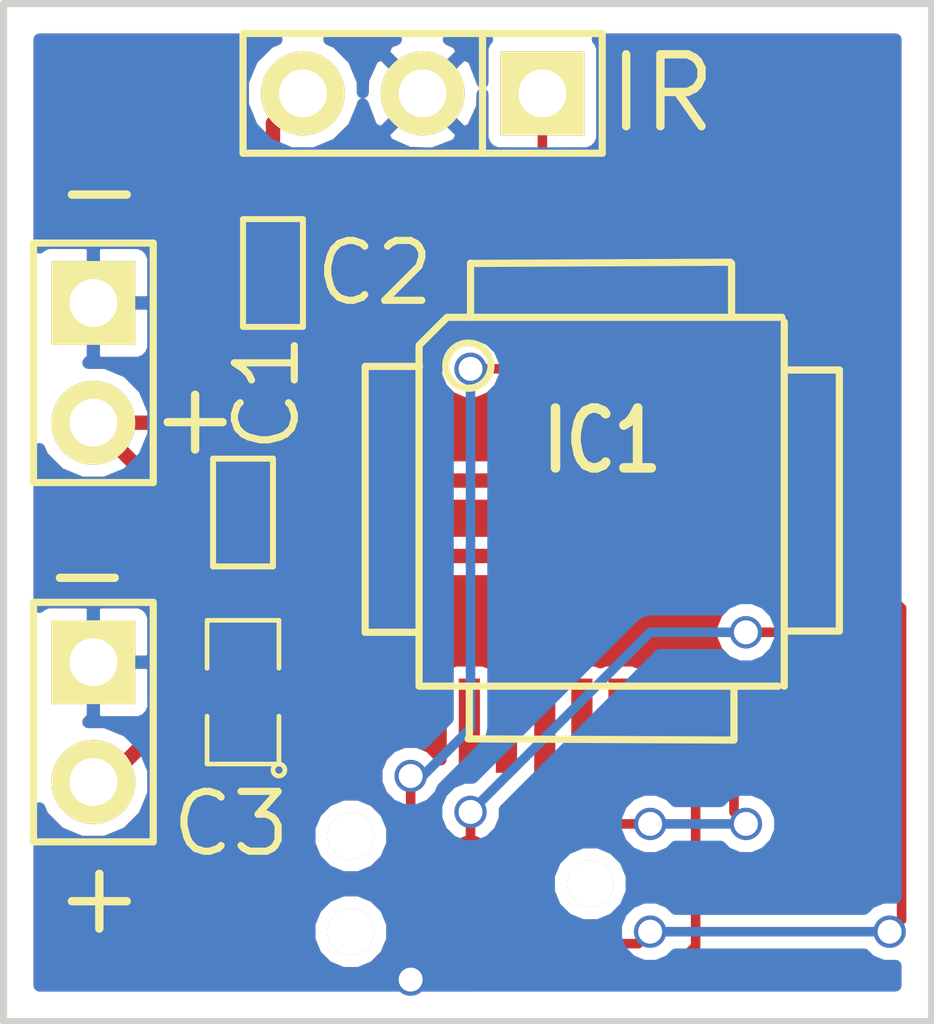
<source format=kicad_pcb>
(kicad_pcb (version 3) (host pcbnew "(2012-nov-02)-testing")

  (general
    (links 23)
    (no_connects 0)
    (area 202.553712 58.979999 225.518133 82.9056)
    (thickness 1.6)
    (drawings 9)
    (tracks 69)
    (zones 0)
    (modules 8)
    (nets 8)
  )

  (page A3)
  (layers
    (15 F.Cu signal)
    (0 B.Cu signal)
    (16 B.Adhes user)
    (17 F.Adhes user)
    (18 B.Paste user)
    (19 F.Paste user)
    (20 B.SilkS user)
    (21 F.SilkS user)
    (22 B.Mask user)
    (23 F.Mask user)
    (24 Dwgs.User user)
    (25 Cmts.User user)
    (26 Eco1.User user)
    (27 Eco2.User user)
    (28 Edge.Cuts user)
  )

  (setup
    (last_trace_width 0.2032)
    (user_trace_width 0.2032)
    (user_trace_width 0.254)
    (user_trace_width 0.3048)
    (trace_clearance 0.2032)
    (zone_clearance 0.254)
    (zone_45_only no)
    (trace_min 0.1524)
    (segment_width 0.2)
    (edge_width 0.15)
    (via_size 0.889)
    (via_drill 0.635)
    (via_min_size 0.381)
    (via_min_drill 0.381)
    (user_via 0.6858 0.508)
    (uvia_size 0.508)
    (uvia_drill 0.127)
    (uvias_allowed no)
    (uvia_min_size 0.508)
    (uvia_min_drill 0.127)
    (pcb_text_width 0.3)
    (pcb_text_size 1 1)
    (mod_edge_width 0.15)
    (mod_text_size 1 1)
    (mod_text_width 0.15)
    (pad_size 0.9906 0.9906)
    (pad_drill 0.9906)
    (pad_to_mask_clearance 0)
    (aux_axis_origin 0 0)
    (visible_elements FFFFFFBF)
    (pcbplotparams
      (layerselection 283148289)
      (usegerberextensions true)
      (excludeedgelayer true)
      (linewidth 152400)
      (plotframeref false)
      (viasonmask false)
      (mode 1)
      (useauxorigin false)
      (hpglpennumber 1)
      (hpglpenspeed 20)
      (hpglpendiameter 15)
      (hpglpenoverlay 2)
      (psnegative false)
      (psa4output false)
      (plotreference true)
      (plotvalue true)
      (plotothertext true)
      (plotinvisibletext false)
      (padsonsilk false)
      (subtractmaskfromsilk false)
      (outputformat 1)
      (mirror false)
      (drillshape 0)
      (scaleselection 1)
      (outputdirectory out))
  )

  (net 0 "")
  (net 1 /IR)
  (net 2 /MISO)
  (net 3 /MOSI)
  (net 4 /RESET)
  (net 5 /SCK)
  (net 6 GND)
  (net 7 VCC)

  (net_class Default "This is the default net class."
    (clearance 0.2032)
    (trace_width 0.2032)
    (via_dia 0.889)
    (via_drill 0.635)
    (uvia_dia 0.508)
    (uvia_drill 0.127)
    (add_net "")
    (add_net /IR)
    (add_net /MISO)
    (add_net /MOSI)
    (add_net /RESET)
    (add_net /SCK)
    (add_net GND)
    (add_net VCC)
  )

  (module TQFP32 (layer F.Cu) (tedit 51263517) (tstamp 512632A3)
    (at 218.44 69.596)
    (path /512630BE)
    (fp_text reference IC1 (at 0 -1.27) (layer F.SilkS)
      (effects (font (size 1.27 1.016) (thickness 0.2032)))
    )
    (fp_text value ATMEGA328P-A (at 0 1.905) (layer F.SilkS) hide
      (effects (font (size 1.27 1.016) (thickness 0.2032)))
    )
    (fp_line (start 5.0292 2.7686) (end 3.8862 2.7686) (layer F.SilkS) (width 0.1524))
    (fp_line (start 5.0292 -2.7686) (end 3.9116 -2.7686) (layer F.SilkS) (width 0.1524))
    (fp_line (start 5.0292 2.7686) (end 5.0292 -2.7686) (layer F.SilkS) (width 0.1524))
    (fp_line (start 2.794 3.9624) (end 2.794 5.0546) (layer F.SilkS) (width 0.1524))
    (fp_line (start -2.8194 3.9878) (end -2.8194 5.0546) (layer F.SilkS) (width 0.1524))
    (fp_line (start -2.8448 5.0546) (end 2.794 5.08) (layer F.SilkS) (width 0.1524))
    (fp_line (start -2.794 -5.0292) (end 2.7178 -5.0546) (layer F.SilkS) (width 0.1524))
    (fp_line (start -3.8862 -3.2766) (end -3.8862 3.9116) (layer F.SilkS) (width 0.1524))
    (fp_line (start 2.7432 -5.0292) (end 2.7432 -3.9878) (layer F.SilkS) (width 0.1524))
    (fp_line (start -3.2512 -3.8862) (end 3.81 -3.8862) (layer F.SilkS) (width 0.1524))
    (fp_line (start 3.8608 3.937) (end 3.8608 -3.7846) (layer F.SilkS) (width 0.1524))
    (fp_line (start -3.8862 3.937) (end 3.7338 3.937) (layer F.SilkS) (width 0.1524))
    (fp_line (start -5.0292 -2.8448) (end -5.0292 2.794) (layer F.SilkS) (width 0.1524))
    (fp_line (start -5.0292 2.794) (end -3.8862 2.794) (layer F.SilkS) (width 0.1524))
    (fp_line (start -3.87604 -3.302) (end -3.29184 -3.8862) (layer F.SilkS) (width 0.1524))
    (fp_line (start -5.02412 -2.8448) (end -3.87604 -2.8448) (layer F.SilkS) (width 0.1524))
    (fp_line (start -2.794 -3.8862) (end -2.794 -5.03428) (layer F.SilkS) (width 0.1524))
    (fp_circle (center -2.83972 -2.86004) (end -2.43332 -2.60604) (layer F.SilkS) (width 0.1524))
    (pad 8 smd rect (at -4.81584 2.77622) (size 1.99898 0.44958)
      (layers F.Cu F.Paste F.Mask)
    )
    (pad 7 smd rect (at -4.81584 1.97612) (size 1.99898 0.44958)
      (layers F.Cu F.Paste F.Mask)
    )
    (pad 6 smd rect (at -4.81584 1.17602) (size 1.99898 0.44958)
      (layers F.Cu F.Paste F.Mask)
      (net 7 VCC)
    )
    (pad 5 smd rect (at -4.81584 0.37592) (size 1.99898 0.44958)
      (layers F.Cu F.Paste F.Mask)
      (net 6 GND)
    )
    (pad 4 smd rect (at -4.81584 -0.42418) (size 1.99898 0.44958)
      (layers F.Cu F.Paste F.Mask)
      (net 7 VCC)
    )
    (pad 3 smd rect (at -4.81584 -1.22428) (size 1.99898 0.44958)
      (layers F.Cu F.Paste F.Mask)
      (net 6 GND)
    )
    (pad 2 smd rect (at -4.81584 -2.02438) (size 1.99898 0.44958)
      (layers F.Cu F.Paste F.Mask)
    )
    (pad 1 smd rect (at -4.81584 -2.82448) (size 1.99898 0.44958)
      (layers F.Cu F.Paste F.Mask)
    )
    (pad 24 smd rect (at 4.7498 -2.8194) (size 1.99898 0.44958)
      (layers F.Cu F.Paste F.Mask)
    )
    (pad 17 smd rect (at 4.7498 2.794) (size 1.99898 0.44958)
      (layers F.Cu F.Paste F.Mask)
      (net 5 /SCK)
    )
    (pad 18 smd rect (at 4.7498 1.9812) (size 1.99898 0.44958)
      (layers F.Cu F.Paste F.Mask)
      (net 7 VCC)
    )
    (pad 19 smd rect (at 4.7498 1.1684) (size 1.99898 0.44958)
      (layers F.Cu F.Paste F.Mask)
    )
    (pad 20 smd rect (at 4.7498 0.381) (size 1.99898 0.44958)
      (layers F.Cu F.Paste F.Mask)
    )
    (pad 21 smd rect (at 4.7498 -0.4318) (size 1.99898 0.44958)
      (layers F.Cu F.Paste F.Mask)
      (net 6 GND)
    )
    (pad 22 smd rect (at 4.7498 -1.2192) (size 1.99898 0.44958)
      (layers F.Cu F.Paste F.Mask)
    )
    (pad 23 smd rect (at 4.7498 -2.032) (size 1.99898 0.44958)
      (layers F.Cu F.Paste F.Mask)
    )
    (pad 32 smd rect (at -2.82448 -4.826) (size 0.44958 1.99898)
      (layers F.Cu F.Paste F.Mask)
      (net 1 /IR)
    )
    (pad 31 smd rect (at -2.02692 -4.826) (size 0.44958 1.99898)
      (layers F.Cu F.Paste F.Mask)
    )
    (pad 30 smd rect (at -1.22428 -4.826) (size 0.44958 1.99898)
      (layers F.Cu F.Paste F.Mask)
    )
    (pad 29 smd rect (at -0.42672 -4.826) (size 0.44958 1.99898)
      (layers F.Cu F.Paste F.Mask)
      (net 4 /RESET)
    )
    (pad 28 smd rect (at 0.37592 -4.826) (size 0.44958 1.99898)
      (layers F.Cu F.Paste F.Mask)
    )
    (pad 27 smd rect (at 1.17348 -4.826) (size 0.44958 1.99898)
      (layers F.Cu F.Paste F.Mask)
    )
    (pad 26 smd rect (at 1.97612 -4.826) (size 0.44958 1.99898)
      (layers F.Cu F.Paste F.Mask)
    )
    (pad 25 smd rect (at 2.77368 -4.826) (size 0.44958 1.99898)
      (layers F.Cu F.Paste F.Mask)
    )
    (pad 9 smd rect (at -2.8194 4.7752) (size 0.44958 1.99898)
      (layers F.Cu F.Paste F.Mask)
    )
    (pad 10 smd rect (at -2.032 4.7752) (size 0.44958 1.99898)
      (layers F.Cu F.Paste F.Mask)
    )
    (pad 11 smd rect (at -1.2192 4.7752) (size 0.44958 1.99898)
      (layers F.Cu F.Paste F.Mask)
    )
    (pad 12 smd rect (at -0.4318 4.7752) (size 0.44958 1.99898)
      (layers F.Cu F.Paste F.Mask)
    )
    (pad 13 smd rect (at 0.3556 4.7752) (size 0.44958 1.99898)
      (layers F.Cu F.Paste F.Mask)
    )
    (pad 14 smd rect (at 1.1684 4.7752) (size 0.44958 1.99898)
      (layers F.Cu F.Paste F.Mask)
    )
    (pad 15 smd rect (at 1.9812 4.7752) (size 0.44958 1.99898)
      (layers F.Cu F.Paste F.Mask)
      (net 3 /MOSI)
    )
    (pad 16 smd rect (at 2.794 4.7752) (size 0.44958 1.99898)
      (layers F.Cu F.Paste F.Mask)
      (net 2 /MISO)
    )
    (model smd/tqfp32.wrl
      (at (xyz 0 0 0))
      (scale (xyz 1 1 1))
      (rotate (xyz 0 0 0))
    )
  )

  (module TC2030-MCP-NL (layer F.Cu) (tedit 51263355) (tstamp 512632B0)
    (at 215.646 77.724 180)
    (descr http://www.tag-connect.com/Materials/TC2030-MCP-NL%20PCB%20Footprint.pdf)
    (path /51263753)
    (fp_text reference P1 (at 0 -4.064 180) (layer F.SilkS) hide
      (effects (font (size 1.524 1.524) (thickness 0.3048)))
    )
    (fp_text value CONN_3X2 (at 0 3.048 180) (layer F.SilkS) hide
      (effects (font (size 1.524 1.524) (thickness 0.3048)))
    )
    (pad 1 connect circle (at -1.27 0.635 180) (size 0.7874 0.7874)
      (layers F.Cu F.Mask)
      (net 2 /MISO)
      (clearance 0.4826)
    )
    (pad 2 connect circle (at -1.27 -0.635 180) (size 0.7874 0.7874)
      (layers F.Cu F.Mask)
      (net 7 VCC)
      (clearance 0.4826)
    )
    (pad 3 connect circle (at 0 0.635 180) (size 0.7874 0.7874)
      (layers F.Cu F.Mask)
      (net 5 /SCK)
      (clearance 0.4826)
    )
    (pad 4 connect circle (at 0 -0.635 180) (size 0.7874 0.7874)
      (layers F.Cu F.Mask)
      (net 3 /MOSI)
      (clearance 0.4826)
    )
    (pad 5 connect circle (at 1.27 0.635 180) (size 0.7874 0.7874)
      (layers F.Cu F.Mask)
      (net 4 /RESET)
      (clearance 0.4318)
    )
    (pad 6 connect circle (at 1.27 -0.635 180) (size 0.7874 0.7874)
      (layers F.Cu F.Mask)
      (net 6 GND)
      (clearance 0.4318)
    )
    (pad "" thru_hole circle (at -2.54 0 180) (size 0.9906 0.9906) (drill 0.9906)
      (layers *.Cu *.Mask F.SilkS)
    )
    (pad "" thru_hole circle (at 2.54 -1.016 180) (size 0.9906 0.9906) (drill 0.9906)
      (layers *.Cu *.Mask F.SilkS)
    )
    (pad "" thru_hole circle (at 2.54 1.016 180) (size 0.9906 0.9906) (drill 0.9906)
      (layers *.Cu *.Mask F.SilkS)
    )
  )

  (module SM0805 (layer F.Cu) (tedit 51263512) (tstamp 512632BD)
    (at 210.82 73.66 90)
    (path /512638D2)
    (attr smd)
    (fp_text reference C3 (at -2.794 -0.254 180) (layer F.SilkS)
      (effects (font (size 1.27 1.27) (thickness 0.1524)))
    )
    (fp_text value 10uF (at -1.016 -6.35 90) (layer F.SilkS) hide
      (effects (font (size 0.50038 0.50038) (thickness 0.10922)))
    )
    (fp_circle (center -1.651 0.762) (end -1.651 0.635) (layer F.SilkS) (width 0.09906))
    (fp_line (start -0.508 0.762) (end -1.524 0.762) (layer F.SilkS) (width 0.09906))
    (fp_line (start -1.524 0.762) (end -1.524 -0.762) (layer F.SilkS) (width 0.09906))
    (fp_line (start -1.524 -0.762) (end -0.508 -0.762) (layer F.SilkS) (width 0.09906))
    (fp_line (start 0.508 -0.762) (end 1.524 -0.762) (layer F.SilkS) (width 0.09906))
    (fp_line (start 1.524 -0.762) (end 1.524 0.762) (layer F.SilkS) (width 0.09906))
    (fp_line (start 1.524 0.762) (end 0.508 0.762) (layer F.SilkS) (width 0.09906))
    (pad 1 smd rect (at -0.9525 0 90) (size 0.889 1.397)
      (layers F.Cu F.Paste F.Mask)
      (net 6 GND)
    )
    (pad 2 smd rect (at 0.9525 0 90) (size 0.889 1.397)
      (layers F.Cu F.Paste F.Mask)
      (net 7 VCC)
    )
    (model smd/chip_cms.wrl
      (at (xyz 0 0 0))
      (scale (xyz 0.1 0.1 0.1))
      (rotate (xyz 0 0 0))
    )
  )

  (module SM0603 (layer F.Cu) (tedit 51263503) (tstamp 512632C7)
    (at 210.82 69.85 90)
    (path /512633E7)
    (attr smd)
    (fp_text reference C1 (at 2.54 0.508 90) (layer F.SilkS)
      (effects (font (size 1.27 1.27) (thickness 0.1524)))
    )
    (fp_text value 0.1uF (at 0 0 90) (layer F.SilkS) hide
      (effects (font (size 0.508 0.4572) (thickness 0.1143)))
    )
    (fp_line (start -1.143 -0.635) (end 1.143 -0.635) (layer F.SilkS) (width 0.127))
    (fp_line (start 1.143 -0.635) (end 1.143 0.635) (layer F.SilkS) (width 0.127))
    (fp_line (start 1.143 0.635) (end -1.143 0.635) (layer F.SilkS) (width 0.127))
    (fp_line (start -1.143 0.635) (end -1.143 -0.635) (layer F.SilkS) (width 0.127))
    (pad 1 smd rect (at -0.762 0 90) (size 0.635 1.143)
      (layers F.Cu F.Paste F.Mask)
      (net 7 VCC)
    )
    (pad 2 smd rect (at 0.762 0 90) (size 0.635 1.143)
      (layers F.Cu F.Paste F.Mask)
      (net 6 GND)
    )
    (model smd\resistors\R0603.wrl
      (at (xyz 0 0 0.001))
      (scale (xyz 0.5 0.5 0.5))
      (rotate (xyz 0 0 0))
    )
  )

  (module SM0603 (layer F.Cu) (tedit 512634FA) (tstamp 512632D1)
    (at 211.455 64.77 90)
    (path /51263498)
    (attr smd)
    (fp_text reference C2 (at 0 2.159 180) (layer F.SilkS)
      (effects (font (size 1.27 1.27) (thickness 0.1524)))
    )
    (fp_text value 0.1uF (at 0 0 90) (layer F.SilkS) hide
      (effects (font (size 0.508 0.4572) (thickness 0.1143)))
    )
    (fp_line (start -1.143 -0.635) (end 1.143 -0.635) (layer F.SilkS) (width 0.127))
    (fp_line (start 1.143 -0.635) (end 1.143 0.635) (layer F.SilkS) (width 0.127))
    (fp_line (start 1.143 0.635) (end -1.143 0.635) (layer F.SilkS) (width 0.127))
    (fp_line (start -1.143 0.635) (end -1.143 -0.635) (layer F.SilkS) (width 0.127))
    (pad 1 smd rect (at -0.762 0 90) (size 0.635 1.143)
      (layers F.Cu F.Paste F.Mask)
      (net 6 GND)
    )
    (pad 2 smd rect (at 0.762 0 90) (size 0.635 1.143)
      (layers F.Cu F.Paste F.Mask)
      (net 7 VCC)
    )
    (model smd\resistors\R0603.wrl
      (at (xyz 0 0 0.001))
      (scale (xyz 0.5 0.5 0.5))
      (rotate (xyz 0 0 0))
    )
  )

  (module PIN_ARRAY_3X1 (layer F.Cu) (tedit 5126349A) (tstamp 512632DD)
    (at 214.63 60.96 180)
    (descr "Connecteur 3 pins")
    (tags "CONN DEV")
    (path /51263310)
    (fp_text reference K1 (at 10.668 -7.874 180) (layer F.SilkS) hide
      (effects (font (size 1.016 1.016) (thickness 0.1524)))
    )
    (fp_text value CONN_3 (at 0 -2.159 180) (layer F.SilkS) hide
      (effects (font (size 1.016 1.016) (thickness 0.1524)))
    )
    (fp_line (start -3.81 1.27) (end -3.81 -1.27) (layer F.SilkS) (width 0.1524))
    (fp_line (start -3.81 -1.27) (end 3.81 -1.27) (layer F.SilkS) (width 0.1524))
    (fp_line (start 3.81 -1.27) (end 3.81 1.27) (layer F.SilkS) (width 0.1524))
    (fp_line (start 3.81 1.27) (end -3.81 1.27) (layer F.SilkS) (width 0.1524))
    (fp_line (start -1.27 -1.27) (end -1.27 1.27) (layer F.SilkS) (width 0.1524))
    (pad 1 thru_hole rect (at -2.54 0 180) (size 1.778 1.778) (drill 1.016)
      (layers *.Cu *.Mask F.SilkS)
      (net 1 /IR)
    )
    (pad 2 thru_hole circle (at 0 0 180) (size 1.778 1.778) (drill 1.016)
      (layers *.Cu *.Mask F.SilkS)
      (net 6 GND)
    )
    (pad 3 thru_hole circle (at 2.54 0 180) (size 1.778 1.778) (drill 1.016)
      (layers *.Cu *.Mask F.SilkS)
      (net 7 VCC)
    )
    (model pin_array/pins_array_3x1.wrl
      (at (xyz 0 0 0))
      (scale (xyz 1 1 1))
      (rotate (xyz 0 0 0))
    )
  )

  (module PIN_ARRAY_2X1 (layer F.Cu) (tedit 512634CC) (tstamp 512632E7)
    (at 207.645 66.675 270)
    (descr "Connecteurs 2 pins")
    (tags "CONN DEV")
    (path /5126362E)
    (fp_text reference P2 (at 0 -1.905 270) (layer F.SilkS) hide
      (effects (font (size 0.762 0.762) (thickness 0.1524)))
    )
    (fp_text value CONN_2 (at 0 -1.905 270) (layer F.SilkS) hide
      (effects (font (size 0.762 0.762) (thickness 0.1524)))
    )
    (fp_line (start -2.54 1.27) (end -2.54 -1.27) (layer F.SilkS) (width 0.1524))
    (fp_line (start -2.54 -1.27) (end 2.54 -1.27) (layer F.SilkS) (width 0.1524))
    (fp_line (start 2.54 -1.27) (end 2.54 1.27) (layer F.SilkS) (width 0.1524))
    (fp_line (start 2.54 1.27) (end -2.54 1.27) (layer F.SilkS) (width 0.1524))
    (pad 1 thru_hole rect (at -1.27 0 270) (size 1.778 1.778) (drill 1.016)
      (layers *.Cu *.Mask F.SilkS)
      (net 6 GND)
    )
    (pad 2 thru_hole circle (at 1.27 0 270) (size 1.778 1.778) (drill 1.016)
      (layers *.Cu *.Mask F.SilkS)
      (net 7 VCC)
    )
    (model pin_array/pins_array_2x1.wrl
      (at (xyz 0 0 0))
      (scale (xyz 1 1 1))
      (rotate (xyz 0 0 0))
    )
  )

  (module PIN_ARRAY_2X1 (layer F.Cu) (tedit 5126350C) (tstamp 512632F1)
    (at 207.645 74.295 270)
    (descr "Connecteurs 2 pins")
    (tags "CONN DEV")
    (path /5126363D)
    (fp_text reference P3 (at 0.635 3.429 270) (layer F.SilkS) hide
      (effects (font (size 0.762 0.762) (thickness 0.1524)))
    )
    (fp_text value CONN_2 (at 0 -1.905 270) (layer F.SilkS) hide
      (effects (font (size 0.762 0.762) (thickness 0.1524)))
    )
    (fp_line (start -2.54 1.27) (end -2.54 -1.27) (layer F.SilkS) (width 0.1524))
    (fp_line (start -2.54 -1.27) (end 2.54 -1.27) (layer F.SilkS) (width 0.1524))
    (fp_line (start 2.54 -1.27) (end 2.54 1.27) (layer F.SilkS) (width 0.1524))
    (fp_line (start 2.54 1.27) (end -2.54 1.27) (layer F.SilkS) (width 0.1524))
    (pad 1 thru_hole rect (at -1.27 0 270) (size 1.778 1.778) (drill 1.016)
      (layers *.Cu *.Mask F.SilkS)
      (net 6 GND)
    )
    (pad 2 thru_hole circle (at 1.27 0 270) (size 1.778 1.778) (drill 1.016)
      (layers *.Cu *.Mask F.SilkS)
      (net 7 VCC)
    )
    (model pin_array/pins_array_2x1.wrl
      (at (xyz 0 0 0))
      (scale (xyz 1 1 1))
      (rotate (xyz 0 0 0))
    )
  )

  (gr_text + (at 207.772 77.978) (layer F.SilkS)
    (effects (font (size 1.524 1.524) (thickness 0.1778)))
  )
  (gr_text - (at 207.518 71.12) (layer F.SilkS)
    (effects (font (size 1.524 1.524) (thickness 0.1778)))
  )
  (gr_text + (at 209.804 67.818) (layer F.SilkS)
    (effects (font (size 1.524 1.524) (thickness 0.1778)))
  )
  (gr_text - (at 207.772 62.992) (layer F.SilkS)
    (effects (font (size 1.524 1.524) (thickness 0.1778)))
  )
  (gr_text IR (at 219.71 60.96) (layer F.SilkS)
    (effects (font (size 1.524 1.524) (thickness 0.1778)))
  )
  (gr_line (start 205.74 80.645) (end 205.74 59.055) (angle 90) (layer Edge.Cuts) (width 0.15))
  (gr_line (start 225.425 80.645) (end 205.74 80.645) (angle 90) (layer Edge.Cuts) (width 0.15))
  (gr_line (start 225.425 59.055) (end 225.425 80.645) (angle 90) (layer Edge.Cuts) (width 0.15))
  (gr_line (start 205.74 59.055) (end 225.425 59.055) (angle 90) (layer Edge.Cuts) (width 0.15))

  (segment (start 215.61552 64.77) (end 215.61552 63.14948) (width 0.2032) (layer F.Cu) (net 1))
  (segment (start 217.17 62.23) (end 217.17 60.96) (width 0.2032) (layer F.Cu) (net 1) (tstamp 5126349B))
  (segment (start 216.535 62.865) (end 217.17 62.23) (width 0.2032) (layer F.Cu) (net 1) (tstamp 5126349A))
  (segment (start 215.9 62.865) (end 216.535 62.865) (width 0.2032) (layer F.Cu) (net 1) (tstamp 51263499))
  (segment (start 215.61552 63.14948) (end 215.9 62.865) (width 0.2032) (layer F.Cu) (net 1) (tstamp 51263498))
  (segment (start 216.916 77.089) (end 216.916 76.962) (width 0.2032) (layer F.Cu) (net 2))
  (segment (start 221.234 76.2) (end 221.234 74.3712) (width 0.2032) (layer F.Cu) (net 2) (tstamp 51263507))
  (segment (start 221.488 76.454) (end 221.234 76.2) (width 0.2032) (layer F.Cu) (net 2) (tstamp 51263506))
  (via (at 221.488 76.454) (size 0.6858) (drill 0.508) (layers F.Cu B.Cu) (net 2))
  (segment (start 219.456 76.454) (end 221.488 76.454) (width 0.2032) (layer B.Cu) (net 2) (tstamp 51263503))
  (via (at 219.456 76.454) (size 0.6858) (drill 0.508) (layers F.Cu B.Cu) (net 2))
  (segment (start 217.424 76.454) (end 219.456 76.454) (width 0.2032) (layer F.Cu) (net 2) (tstamp 51263501))
  (segment (start 216.916 76.962) (end 217.424 76.454) (width 0.2032) (layer F.Cu) (net 2) (tstamp 51263500))
  (segment (start 215.646 78.359) (end 215.646 79.248) (width 0.2032) (layer F.Cu) (net 3))
  (segment (start 220.4212 79.0448) (end 220.4212 74.3712) (width 0.2032) (layer F.Cu) (net 3) (tstamp 512634FD))
  (segment (start 219.964 79.502) (end 220.4212 79.0448) (width 0.2032) (layer F.Cu) (net 3) (tstamp 512634FC))
  (segment (start 215.9 79.502) (end 219.964 79.502) (width 0.2032) (layer F.Cu) (net 3) (tstamp 512634FB))
  (segment (start 215.646 79.248) (end 215.9 79.502) (width 0.2032) (layer F.Cu) (net 3) (tstamp 512634FA))
  (segment (start 218.01328 64.77) (end 218.01328 65.70472) (width 0.2032) (layer F.Cu) (net 4))
  (segment (start 214.376 75.438) (end 214.376 77.089) (width 0.2032) (layer F.Cu) (net 4) (tstamp 512634E9))
  (via (at 214.376 75.438) (size 0.6858) (drill 0.508) (layers F.Cu B.Cu) (net 4))
  (segment (start 214.63 75.438) (end 214.376 75.438) (width 0.2032) (layer B.Cu) (net 4) (tstamp 512634E7))
  (segment (start 215.646 74.422) (end 214.63 75.438) (width 0.2032) (layer B.Cu) (net 4) (tstamp 512634E6))
  (segment (start 215.646 66.802) (end 215.646 74.422) (width 0.2032) (layer B.Cu) (net 4) (tstamp 512634E5))
  (via (at 215.646 66.802) (size 0.6858) (drill 0.508) (layers F.Cu B.Cu) (net 4))
  (segment (start 216.916 66.802) (end 215.646 66.802) (width 0.2032) (layer F.Cu) (net 4) (tstamp 512634E2))
  (segment (start 218.01328 65.70472) (end 216.916 66.802) (width 0.2032) (layer F.Cu) (net 4) (tstamp 512634E0))
  (segment (start 215.646 77.089) (end 215.646 76.2) (width 0.2032) (layer F.Cu) (net 5))
  (segment (start 221.488 72.39) (end 223.1898 72.39) (width 0.2032) (layer F.Cu) (net 5) (tstamp 512634F3))
  (via (at 221.488 72.39) (size 0.6858) (drill 0.508) (layers F.Cu B.Cu) (net 5))
  (segment (start 219.456 72.39) (end 221.488 72.39) (width 0.2032) (layer B.Cu) (net 5) (tstamp 512634F0))
  (segment (start 215.646 76.2) (end 219.456 72.39) (width 0.2032) (layer B.Cu) (net 5) (tstamp 512634EF))
  (via (at 215.646 76.2) (size 0.6858) (drill 0.508) (layers F.Cu B.Cu) (net 5))
  (segment (start 214.376 78.359) (end 214.376 79.756) (width 0.2032) (layer F.Cu) (net 6))
  (via (at 214.376 79.756) (size 0.6858) (drill 0.508) (layers F.Cu B.Cu) (net 6))
  (segment (start 216.916 78.359) (end 217.297 78.359) (width 0.2032) (layer F.Cu) (net 7))
  (segment (start 224.4852 71.5772) (end 223.1898 71.5772) (width 0.2032) (layer F.Cu) (net 7) (tstamp 51263514))
  (segment (start 224.79 71.882) (end 224.4852 71.5772) (width 0.2032) (layer F.Cu) (net 7) (tstamp 51263513))
  (segment (start 224.79 78.486) (end 224.79 71.882) (width 0.2032) (layer F.Cu) (net 7) (tstamp 51263512))
  (segment (start 224.536 78.74) (end 224.79 78.486) (width 0.2032) (layer F.Cu) (net 7) (tstamp 51263511))
  (via (at 224.536 78.74) (size 0.6858) (drill 0.508) (layers F.Cu B.Cu) (net 7))
  (segment (start 219.456 78.74) (end 224.536 78.74) (width 0.2032) (layer B.Cu) (net 7) (tstamp 5126350E))
  (via (at 219.456 78.74) (size 0.6858) (drill 0.508) (layers F.Cu B.Cu) (net 7))
  (segment (start 219.202 78.994) (end 219.456 78.74) (width 0.2032) (layer F.Cu) (net 7) (tstamp 5126350C))
  (segment (start 217.932 78.994) (end 219.202 78.994) (width 0.2032) (layer F.Cu) (net 7) (tstamp 5126350B))
  (segment (start 217.297 78.359) (end 217.932 78.994) (width 0.2032) (layer F.Cu) (net 7) (tstamp 5126350A))
  (segment (start 207.645 67.945) (end 208.915 67.945) (width 0.3048) (layer F.Cu) (net 7))
  (segment (start 210.566 64.008) (end 211.455 64.008) (width 0.3048) (layer F.Cu) (net 7) (tstamp 512634DD))
  (segment (start 210.058 64.516) (end 210.566 64.008) (width 0.3048) (layer F.Cu) (net 7) (tstamp 512634DC))
  (segment (start 210.058 66.802) (end 210.058 64.516) (width 0.3048) (layer F.Cu) (net 7) (tstamp 512634DB))
  (segment (start 208.915 67.945) (end 210.058 66.802) (width 0.3048) (layer F.Cu) (net 7) (tstamp 512634DA))
  (segment (start 207.645 75.565) (end 207.899 75.565) (width 0.3048) (layer F.Cu) (net 7))
  (segment (start 209.6135 73.914) (end 210.82 72.7075) (width 0.3048) (layer F.Cu) (net 7) (tstamp 512634BE))
  (segment (start 209.55 73.914) (end 209.6135 73.914) (width 0.3048) (layer F.Cu) (net 7) (tstamp 512634BD))
  (segment (start 207.899 75.565) (end 209.55 73.914) (width 0.3048) (layer F.Cu) (net 7) (tstamp 512634BC))
  (segment (start 210.82 72.7075) (end 210.82 70.612) (width 0.3048) (layer F.Cu) (net 7))
  (segment (start 213.62416 69.17182) (end 218.01582 69.17182) (width 0.3048) (layer F.Cu) (net 7))
  (segment (start 218.44 69.596) (end 218.44 70.77202) (width 0.3048) (layer F.Cu) (net 7) (tstamp 512634AD))
  (segment (start 218.01582 69.17182) (end 218.44 69.596) (width 0.3048) (layer F.Cu) (net 7) (tstamp 512634AC))
  (segment (start 213.62416 70.77202) (end 218.44 70.77202) (width 0.3048) (layer F.Cu) (net 7))
  (segment (start 218.44 70.77202) (end 220.63202 70.77202) (width 0.3048) (layer F.Cu) (net 7) (tstamp 512634B0))
  (segment (start 221.4372 71.5772) (end 223.1898 71.5772) (width 0.3048) (layer F.Cu) (net 7) (tstamp 512634A9))
  (segment (start 220.63202 70.77202) (end 221.4372 71.5772) (width 0.3048) (layer F.Cu) (net 7) (tstamp 512634A8))
  (segment (start 213.62416 70.77202) (end 210.98002 70.77202) (width 0.3048) (layer F.Cu) (net 7))
  (segment (start 210.98002 70.77202) (end 210.82 70.612) (width 0.3048) (layer F.Cu) (net 7) (tstamp 512634A5))
  (segment (start 210.82 70.612) (end 210.312 70.612) (width 0.3048) (layer F.Cu) (net 7))
  (segment (start 210.312 70.612) (end 207.645 67.945) (width 0.3048) (layer F.Cu) (net 7) (tstamp 512634A1))
  (segment (start 211.455 64.008) (end 211.455 61.595) (width 0.3048) (layer F.Cu) (net 7))
  (segment (start 211.455 61.595) (end 212.09 60.96) (width 0.3048) (layer F.Cu) (net 7) (tstamp 5126349E))

  (zone (net 6) (net_name GND) (layer F.Cu) (tstamp 5126344C) (hatch edge 0.508)
    (connect_pads (clearance 0.254))
    (min_thickness 0.254)
    (fill (arc_segments 16) (thermal_gap 0.254) (thermal_bridge_width 0.2794))
    (polygon
      (pts
        (xy 224.79 80.01) (xy 206.375 80.01) (xy 206.375 59.69) (xy 224.79 59.69)
      )
    )
    (filled_polygon
      (pts
        (xy 210.2866 71.881934) (xy 210.046047 71.881934) (xy 209.905963 71.939816) (xy 209.798692 72.046899) (xy 209.740566 72.186882)
        (xy 209.740434 72.338453) (xy 209.740434 73.032724) (xy 209.353464 73.419693) (xy 209.353463 73.419694) (xy 209.345877 73.421203)
        (xy 209.172829 73.536829) (xy 209.172826 73.536832) (xy 208.915066 73.794591) (xy 208.915066 72.060547) (xy 208.857184 71.920463)
        (xy 208.750101 71.813192) (xy 208.610118 71.755066) (xy 208.458547 71.754934) (xy 207.75295 71.755) (xy 207.6577 71.85025)
        (xy 207.6577 73.0123) (xy 208.81975 73.0123) (xy 208.915 72.91705) (xy 208.915066 72.060547) (xy 208.915066 73.794591)
        (xy 208.91505 73.794607) (xy 208.915 73.13295) (xy 208.81975 73.0377) (xy 207.6577 73.0377) (xy 207.6577 74.19975)
        (xy 207.75295 74.295) (xy 208.414596 74.295061) (xy 208.263125 74.446533) (xy 207.898727 74.295222) (xy 207.537143 74.294906)
        (xy 207.6323 74.19975) (xy 207.6323 73.0377) (xy 207.6123 73.0377) (xy 207.6123 73.0123) (xy 207.6323 73.0123)
        (xy 207.6323 71.85025) (xy 207.53705 71.755) (xy 206.831453 71.754934) (xy 206.679882 71.755066) (xy 206.539899 71.813192)
        (xy 206.502 71.851157) (xy 206.502 68.504404) (xy 206.567719 68.663457) (xy 206.924664 69.021025) (xy 207.391273 69.214778)
        (xy 207.89651 69.215219) (xy 208.083581 69.137922) (xy 209.867434 70.921775) (xy 209.867434 71.004953) (xy 209.925316 71.145037)
        (xy 210.032399 71.252308) (xy 210.172382 71.310434) (xy 210.2866 71.310533) (xy 210.2866 71.881934)
      )
    )
    (filled_polygon
      (pts
        (xy 211.530595 59.817) (xy 211.371543 59.882719) (xy 211.013975 60.239664) (xy 210.820222 60.706273) (xy 210.819781 61.21151)
        (xy 210.940004 61.502474) (xy 210.9216 61.595) (xy 210.9216 63.309434) (xy 210.808047 63.309434) (xy 210.667963 63.367316)
        (xy 210.560692 63.474399) (xy 210.560123 63.475768) (xy 210.361876 63.515203) (xy 210.292563 63.561516) (xy 210.188829 63.630829)
        (xy 210.188826 63.630832) (xy 209.680829 64.138829) (xy 209.565203 64.311877) (xy 209.5246 64.516) (xy 209.5246 66.581058)
        (xy 208.915066 67.190591) (xy 208.915066 66.369453) (xy 208.915066 64.440547) (xy 208.857184 64.300463) (xy 208.750101 64.193192)
        (xy 208.610118 64.135066) (xy 208.458547 64.134934) (xy 207.75295 64.135) (xy 207.6577 64.23025) (xy 207.6577 65.3923)
        (xy 208.81975 65.3923) (xy 208.915 65.29705) (xy 208.915066 64.440547) (xy 208.915066 66.369453) (xy 208.915 65.51295)
        (xy 208.81975 65.4177) (xy 207.6577 65.4177) (xy 207.6577 66.57975) (xy 207.75295 66.675) (xy 208.458547 66.675066)
        (xy 208.610118 66.674934) (xy 208.750101 66.616808) (xy 208.857184 66.509537) (xy 208.915066 66.369453) (xy 208.915066 67.190591)
        (xy 208.768136 67.337521) (xy 208.722281 67.226543) (xy 208.365336 66.868975) (xy 207.898727 66.675222) (xy 207.537143 66.674906)
        (xy 207.6323 66.57975) (xy 207.6323 65.4177) (xy 207.6123 65.4177) (xy 207.6123 65.3923) (xy 207.6323 65.3923)
        (xy 207.6323 64.23025) (xy 207.53705 64.135) (xy 206.831453 64.134934) (xy 206.679882 64.135066) (xy 206.539899 64.193192)
        (xy 206.502 64.231157) (xy 206.502 59.817) (xy 211.530595 59.817)
      )
    )
    (filled_polygon
      (pts
        (xy 214.408103 78.373142) (xy 214.390142 78.391103) (xy 214.376 78.376961) (xy 214.361857 78.391102) (xy 214.343896 78.373141)
        (xy 214.358039 78.359) (xy 214.343897 78.344858) (xy 214.361858 78.326897) (xy 214.376 78.341039) (xy 214.390141 78.326896)
        (xy 214.408102 78.344857) (xy 214.393961 78.359) (xy 214.408103 78.373142)
      )
    )
    (filled_polygon
      (pts
        (xy 221.064739 72.990644) (xy 220.933757 72.990644) (xy 220.827512 73.034543) (xy 220.722108 72.990776) (xy 220.570537 72.990644)
        (xy 220.120957 72.990644) (xy 220.014712 73.034543) (xy 219.909308 72.990776) (xy 219.757737 72.990644) (xy 219.308157 72.990644)
        (xy 219.201912 73.034543) (xy 219.096508 72.990776) (xy 218.944937 72.990644) (xy 218.495357 72.990644) (xy 218.401843 73.029283)
        (xy 218.309108 72.990776) (xy 218.157537 72.990644) (xy 217.707957 72.990644) (xy 217.614443 73.029283) (xy 217.521708 72.990776)
        (xy 217.370137 72.990644) (xy 216.920557 72.990644) (xy 216.814312 73.034543) (xy 216.708908 72.990776) (xy 216.557337 72.990644)
        (xy 216.107757 72.990644) (xy 216.014243 73.029283) (xy 215.921508 72.990776) (xy 215.769937 72.990644) (xy 215.320357 72.990644)
        (xy 215.180273 73.048526) (xy 215.073002 73.155609) (xy 215.014876 73.295592) (xy 215.014744 73.447163) (xy 215.014744 75.088243)
        (xy 214.99005 75.028479) (xy 214.786592 74.824665) (xy 214.520624 74.714226) (xy 214.232639 74.713975) (xy 213.966479 74.82395)
        (xy 213.762665 75.027408) (xy 213.652226 75.293376) (xy 213.651975 75.581361) (xy 213.76195 75.847521) (xy 213.8934 75.979201)
        (xy 213.8934 76.257799) (xy 213.871822 76.266715) (xy 213.849324 76.212265) (xy 213.603032 75.965543) (xy 213.281071 75.831853)
        (xy 212.932458 75.831549) (xy 212.610265 75.964676) (xy 212.363543 76.210968) (xy 212.229853 76.532929) (xy 212.229549 76.881542)
        (xy 212.362676 77.203735) (xy 212.608968 77.450457) (xy 212.930929 77.584147) (xy 213.279542 77.584451) (xy 213.510653 77.488958)
        (xy 213.568039 77.627843) (xy 213.826205 77.886459) (xy 213.729594 77.905057) (xy 213.662456 78.057071) (xy 213.603032 77.997543)
        (xy 213.281071 77.863853) (xy 212.932458 77.863549) (xy 212.610265 77.996676) (xy 212.363543 78.242968) (xy 212.229853 78.564929)
        (xy 212.229549 78.913542) (xy 212.362676 79.235735) (xy 212.608968 79.482457) (xy 212.930929 79.616147) (xy 213.279542 79.616451)
        (xy 213.601735 79.483324) (xy 213.848457 79.237032) (xy 213.941137 79.013832) (xy 214.203981 79.129918) (xy 214.512093 79.137064)
        (xy 214.799485 79.025756) (xy 214.829943 79.005406) (xy 214.837006 78.968712) (xy 215.076935 79.20906) (xy 215.1634 79.244963)
        (xy 215.1634 79.248) (xy 215.200136 79.432683) (xy 215.30475 79.58925) (xy 215.55875 79.84325) (xy 215.61824 79.883)
        (xy 211.899566 79.883) (xy 211.899566 75.132453) (xy 211.899566 74.092547) (xy 211.841684 73.952463) (xy 211.734601 73.845192)
        (xy 211.594618 73.787066) (xy 211.443047 73.786934) (xy 210.92795 73.787) (xy 210.8327 73.88225) (xy 210.8327 74.5998)
        (xy 211.80425 74.5998) (xy 211.8995 74.50455) (xy 211.899566 74.092547) (xy 211.899566 75.132453) (xy 211.8995 74.72045)
        (xy 211.80425 74.6252) (xy 210.8327 74.6252) (xy 210.8327 75.34275) (xy 210.92795 75.438) (xy 211.443047 75.438066)
        (xy 211.594618 75.437934) (xy 211.734601 75.379808) (xy 211.841684 75.272537) (xy 211.899566 75.132453) (xy 211.899566 79.883)
        (xy 210.8073 79.883) (xy 210.8073 75.34275) (xy 210.8073 74.6252) (xy 209.83575 74.6252) (xy 209.7405 74.72045)
        (xy 209.740434 75.132453) (xy 209.798316 75.272537) (xy 209.905399 75.379808) (xy 210.045382 75.437934) (xy 210.196953 75.438066)
        (xy 210.71205 75.438) (xy 210.8073 75.34275) (xy 210.8073 79.883) (xy 206.502 79.883) (xy 206.502 76.124404)
        (xy 206.567719 76.283457) (xy 206.924664 76.641025) (xy 207.391273 76.834778) (xy 207.89651 76.835219) (xy 208.363457 76.642281)
        (xy 208.721025 76.285336) (xy 208.914778 75.818727) (xy 208.915219 75.31349) (xy 208.912187 75.306153) (xy 209.740495 74.477845)
        (xy 209.7405 74.50455) (xy 209.83575 74.5998) (xy 210.8073 74.5998) (xy 210.8073 73.88225) (xy 210.71205 73.787)
        (xy 210.494869 73.786972) (xy 210.748775 73.533066) (xy 211.593953 73.533066) (xy 211.734037 73.475184) (xy 211.841308 73.368101)
        (xy 211.899434 73.228118) (xy 211.899566 73.076547) (xy 211.899566 72.187547) (xy 211.841684 72.047463) (xy 211.734601 71.940192)
        (xy 211.594618 71.882066) (xy 211.443047 71.881934) (xy 211.3534 71.881934) (xy 211.3534 71.310566) (xy 211.466953 71.310566)
        (xy 211.479407 71.30542) (xy 212.243706 71.30542) (xy 212.243604 71.422783) (xy 212.243604 71.872363) (xy 212.284873 71.972241)
        (xy 212.243736 72.071312) (xy 212.243604 72.222883) (xy 212.243604 72.672463) (xy 212.301486 72.812547) (xy 212.408569 72.919818)
        (xy 212.548552 72.977944) (xy 212.700123 72.978076) (xy 214.699103 72.978076) (xy 214.839187 72.920194) (xy 214.946458 72.813111)
        (xy 215.004584 72.673128) (xy 215.004716 72.521557) (xy 215.004716 72.071977) (xy 214.963446 71.972098) (xy 215.004584 71.873028)
        (xy 215.004716 71.721457) (xy 215.004716 71.30542) (xy 218.44 71.30542) (xy 220.411078 71.30542) (xy 220.979957 71.874299)
        (xy 220.874665 71.979408) (xy 220.764226 72.245376) (xy 220.763975 72.533361) (xy 220.87395 72.799521) (xy 221.064739 72.990644)
      )
    )
    (filled_polygon
      (pts
        (xy 224.663 71.129966) (xy 224.552502 71.107987) (xy 224.570224 71.065308) (xy 224.570356 70.913737) (xy 224.570356 70.464157)
        (xy 224.531716 70.370643) (xy 224.570224 70.277908) (xy 224.570356 70.126337) (xy 224.570356 69.676757) (xy 224.526456 69.570512)
        (xy 224.570224 69.465108) (xy 224.570356 69.313537) (xy 224.570356 69.014863) (xy 224.570224 68.863292) (xy 224.531693 68.7705)
        (xy 224.570224 68.677708) (xy 224.570356 68.526137) (xy 224.570356 68.076557) (xy 224.526456 67.970312) (xy 224.570224 67.864908)
        (xy 224.570356 67.713337) (xy 224.570356 67.263757) (xy 224.531716 67.170243) (xy 224.570224 67.077508) (xy 224.570356 66.925937)
        (xy 224.570356 66.476357) (xy 224.512474 66.336273) (xy 224.405391 66.229002) (xy 224.265408 66.170876) (xy 224.113837 66.170744)
        (xy 222.114857 66.170744) (xy 221.974773 66.228626) (xy 221.867502 66.335709) (xy 221.809376 66.475692) (xy 221.809244 66.627263)
        (xy 221.809244 67.076843) (xy 221.847883 67.170356) (xy 221.809376 67.263092) (xy 221.809244 67.414663) (xy 221.809244 67.864243)
        (xy 221.853143 67.970487) (xy 221.809376 68.075892) (xy 221.809244 68.227463) (xy 221.809244 68.677043) (xy 221.847883 68.770556)
        (xy 221.809376 68.863292) (xy 221.809244 69.014863) (xy 221.80931 69.05625) (xy 221.90456 69.1515) (xy 223.1771 69.1515)
        (xy 223.1771 69.1315) (xy 223.2025 69.1315) (xy 223.2025 69.1515) (xy 224.47504 69.1515) (xy 224.57029 69.05625)
        (xy 224.570356 69.014863) (xy 224.570356 69.313537) (xy 224.57029 69.27215) (xy 224.47504 69.1769) (xy 223.2025 69.1769)
        (xy 223.2025 69.1969) (xy 223.1771 69.1969) (xy 223.1771 69.1769) (xy 221.90456 69.1769) (xy 221.80931 69.27215)
        (xy 221.809244 69.313537) (xy 221.809376 69.465108) (xy 221.85318 69.5706) (xy 221.809376 69.676092) (xy 221.809244 69.827663)
        (xy 221.809244 70.277243) (xy 221.847883 70.370756) (xy 221.809376 70.463492) (xy 221.809244 70.615063) (xy 221.809244 71.0438)
        (xy 221.658141 71.0438) (xy 221.009191 70.394849) (xy 220.836143 70.279223) (xy 220.63202 70.23862) (xy 218.9734 70.23862)
        (xy 218.9734 69.596) (xy 218.932797 69.391877) (xy 218.817171 69.218829) (xy 218.392991 68.794649) (xy 218.219943 68.679023)
        (xy 218.01582 68.63842) (xy 215.004613 68.63842) (xy 215.004716 68.521057) (xy 215.00465 68.47967) (xy 214.9094 68.38442)
        (xy 213.63686 68.38442) (xy 213.63686 68.40442) (xy 213.61146 68.40442) (xy 213.61146 68.38442) (xy 212.33892 68.38442)
        (xy 212.24367 68.47967) (xy 212.243604 68.521057) (xy 212.243736 68.672628) (xy 212.284903 68.77177) (xy 212.243736 68.870912)
        (xy 212.243604 69.022483) (xy 212.243604 69.472063) (xy 212.284873 69.571941) (xy 212.243736 69.671012) (xy 212.243604 69.822583)
        (xy 212.24367 69.86397) (xy 212.33892 69.95922) (xy 213.61146 69.95922) (xy 213.61146 69.93922) (xy 213.63686 69.93922)
        (xy 213.63686 69.95922) (xy 214.9094 69.95922) (xy 215.00465 69.86397) (xy 215.004716 69.822583) (xy 215.004613 69.70522)
        (xy 217.794878 69.70522) (xy 217.9066 69.816942) (xy 217.9066 70.23862) (xy 215.004613 70.23862) (xy 215.004716 70.121257)
        (xy 215.00465 70.07987) (xy 214.9094 69.98462) (xy 213.63686 69.98462) (xy 213.63686 70.00462) (xy 213.61146 70.00462)
        (xy 213.61146 69.98462) (xy 212.33892 69.98462) (xy 212.24367 70.07987) (xy 212.243604 70.121257) (xy 212.243706 70.23862)
        (xy 211.772566 70.23862) (xy 211.772566 70.219047) (xy 211.772566 69.480953) (xy 211.772566 68.695047) (xy 211.714684 68.554963)
        (xy 211.607601 68.447692) (xy 211.467618 68.389566) (xy 211.316047 68.389434) (xy 210.92795 68.3895) (xy 210.8327 68.48475)
        (xy 210.8327 69.0753) (xy 211.67725 69.0753) (xy 211.7725 68.98005) (xy 211.772566 68.695047) (xy 211.772566 69.480953)
        (xy 211.7725 69.19595) (xy 211.67725 69.1007) (xy 210.8327 69.1007) (xy 210.8327 69.69125) (xy 210.92795 69.7865)
        (xy 211.316047 69.786566) (xy 211.467618 69.786434) (xy 211.607601 69.728308) (xy 211.714684 69.621037) (xy 211.772566 69.480953)
        (xy 211.772566 70.219047) (xy 211.714684 70.078963) (xy 211.607601 69.971692) (xy 211.467618 69.913566) (xy 211.316047 69.913434)
        (xy 210.367775 69.913434) (xy 210.240834 69.786493) (xy 210.323953 69.786566) (xy 210.71205 69.7865) (xy 210.8073 69.69125)
        (xy 210.8073 69.1007) (xy 210.8073 69.0753) (xy 210.8073 68.48475) (xy 210.71205 68.3895) (xy 210.323953 68.389434)
        (xy 210.172382 68.389566) (xy 210.032399 68.447692) (xy 209.925316 68.554963) (xy 209.867434 68.695047) (xy 209.8675 68.98005)
        (xy 209.96275 69.0753) (xy 210.8073 69.0753) (xy 210.8073 69.1007) (xy 209.96275 69.1007) (xy 209.8675 69.19595)
        (xy 209.867449 69.413108) (xy 208.929798 68.475456) (xy 209.119123 68.437797) (xy 209.292171 68.322171) (xy 210.435171 67.179171)
        (xy 210.550797 67.006123) (xy 210.5914 66.802) (xy 210.5914 66.096175) (xy 210.667399 66.172308) (xy 210.807382 66.230434)
        (xy 210.958953 66.230566) (xy 211.34705 66.2305) (xy 211.4423 66.13525) (xy 211.4423 65.5447) (xy 211.4223 65.5447)
        (xy 211.4223 65.5193) (xy 211.4423 65.5193) (xy 211.4423 64.92875) (xy 211.34705 64.8335) (xy 210.958953 64.833434)
        (xy 210.807382 64.833566) (xy 210.667399 64.891692) (xy 210.5914 64.967824) (xy 210.5914 64.736941) (xy 210.676326 64.652015)
        (xy 210.807382 64.706434) (xy 210.958953 64.706566) (xy 212.101953 64.706566) (xy 212.242037 64.648684) (xy 212.349308 64.541601)
        (xy 212.407434 64.401618) (xy 212.407566 64.250047) (xy 212.407566 63.615047) (xy 212.349684 63.474963) (xy 212.242601 63.367692)
        (xy 212.102618 63.309566) (xy 211.9884 63.309466) (xy 211.9884 62.22991) (xy 212.34151 62.230219) (xy 212.808457 62.037281)
        (xy 213.166025 61.680336) (xy 213.359778 61.213727) (xy 213.359796 61.192683) (xy 213.532623 61.647369) (xy 213.575006 61.7108)
        (xy 213.772801 61.799238) (xy 214.612039 60.96) (xy 213.772801 60.120762) (xy 213.575006 60.2092) (xy 213.367994 60.670081)
        (xy 213.360016 60.940804) (xy 213.360219 60.70849) (xy 213.167281 60.241543) (xy 212.810336 59.883975) (xy 212.649042 59.817)
        (xy 214.062659 59.817) (xy 213.942631 59.862623) (xy 213.8792 59.905006) (xy 213.790762 60.102801) (xy 214.63 60.942039)
        (xy 215.469238 60.102801) (xy 215.3808 59.905006) (xy 215.184867 59.817) (xy 215.996157 59.817) (xy 215.958192 59.854899)
        (xy 215.900066 59.994882) (xy 215.899934 60.146453) (xy 215.899934 60.726606) (xy 215.727377 60.272631) (xy 215.684994 60.2092)
        (xy 215.487199 60.120762) (xy 214.647961 60.96) (xy 215.487199 61.799238) (xy 215.684994 61.7108) (xy 215.892006 61.249919)
        (xy 215.899934 60.980884) (xy 215.899934 61.924453) (xy 215.957816 62.064537) (xy 216.064899 62.171808) (xy 216.204882 62.229934)
        (xy 216.356453 62.230066) (xy 216.487434 62.230066) (xy 216.3351 62.3824) (xy 215.9 62.3824) (xy 215.715317 62.419136)
        (xy 215.55875 62.52375) (xy 215.558747 62.523753) (xy 215.469238 62.613262) (xy 215.469238 61.817199) (xy 214.63 60.977961)
        (xy 213.790762 61.817199) (xy 213.8792 62.014994) (xy 214.340081 62.222006) (xy 214.845098 62.236888) (xy 215.317369 62.057377)
        (xy 215.3808 62.014994) (xy 215.469238 61.817199) (xy 215.469238 62.613262) (xy 215.27427 62.80823) (xy 215.169656 62.964797)
        (xy 215.13292 63.14948) (xy 215.13292 63.489524) (xy 215.067922 63.554409) (xy 215.009796 63.694392) (xy 215.009664 63.845963)
        (xy 215.009664 65.844943) (xy 215.067546 65.985027) (xy 215.174629 66.092298) (xy 215.314612 66.150424) (xy 215.327272 66.150435)
        (xy 215.236479 66.18795) (xy 215.032665 66.391408) (xy 215.002114 66.464981) (xy 214.946834 66.331193) (xy 214.839751 66.223922)
        (xy 214.699768 66.165796) (xy 214.548197 66.165664) (xy 212.549217 66.165664) (xy 212.409133 66.223546) (xy 212.407566 66.22511)
        (xy 212.407566 65.924953) (xy 212.407566 65.139047) (xy 212.349684 64.998963) (xy 212.242601 64.891692) (xy 212.102618 64.833566)
        (xy 211.951047 64.833434) (xy 211.56295 64.8335) (xy 211.4677 64.92875) (xy 211.4677 65.5193) (xy 212.31225 65.5193)
        (xy 212.4075 65.42405) (xy 212.407566 65.139047) (xy 212.407566 65.924953) (xy 212.4075 65.63995) (xy 212.31225 65.5447)
        (xy 211.4677 65.5447) (xy 211.4677 66.13525) (xy 211.56295 66.2305) (xy 211.951047 66.230566) (xy 212.102618 66.230434)
        (xy 212.242601 66.172308) (xy 212.349684 66.065037) (xy 212.407566 65.924953) (xy 212.407566 66.22511) (xy 212.301862 66.330629)
        (xy 212.243736 66.470612) (xy 212.243604 66.622183) (xy 212.243604 67.071763) (xy 212.284873 67.171641) (xy 212.243736 67.270712)
        (xy 212.243604 67.422283) (xy 212.243604 67.871863) (xy 212.284873 67.971741) (xy 212.243736 68.070812) (xy 212.243604 68.222383)
        (xy 212.24367 68.26377) (xy 212.33892 68.35902) (xy 213.61146 68.35902) (xy 213.61146 68.33902) (xy 213.63686 68.33902)
        (xy 213.63686 68.35902) (xy 214.9094 68.35902) (xy 215.00465 68.26377) (xy 215.004716 68.222383) (xy 215.004584 68.070812)
        (xy 214.963416 67.97167) (xy 215.004584 67.872528) (xy 215.004716 67.720957) (xy 215.004716 67.271377) (xy 214.963446 67.171498)
        (xy 214.989493 67.108769) (xy 215.03195 67.211521) (xy 215.235408 67.415335) (xy 215.501376 67.525774) (xy 215.789361 67.526025)
        (xy 216.055521 67.41605) (xy 216.187201 67.2846) (xy 216.916 67.2846) (xy 217.100683 67.247864) (xy 217.25725 67.14325)
        (xy 218.249944 66.150556) (xy 218.313523 66.150556) (xy 218.414675 66.10876) (xy 218.515012 66.150424) (xy 218.666583 66.150556)
        (xy 219.116163 66.150556) (xy 219.214768 66.109812) (xy 219.312572 66.150424) (xy 219.464143 66.150556) (xy 219.913723 66.150556)
        (xy 220.014875 66.10876) (xy 220.115212 66.150424) (xy 220.266783 66.150556) (xy 220.716363 66.150556) (xy 220.814968 66.109812)
        (xy 220.912772 66.150424) (xy 221.064343 66.150556) (xy 221.513923 66.150556) (xy 221.654007 66.092674) (xy 221.761278 65.985591)
        (xy 221.819404 65.845608) (xy 221.819536 65.694037) (xy 221.819536 63.695057) (xy 221.761654 63.554973) (xy 221.654571 63.447702)
        (xy 221.514588 63.389576) (xy 221.363017 63.389444) (xy 220.913437 63.389444) (xy 220.814831 63.430187) (xy 220.717028 63.389576)
        (xy 220.565457 63.389444) (xy 220.115877 63.389444) (xy 220.014724 63.431239) (xy 219.914388 63.389576) (xy 219.762817 63.389444)
        (xy 219.313237 63.389444) (xy 219.214631 63.430187) (xy 219.116828 63.389576) (xy 218.965257 63.389444) (xy 218.515677 63.389444)
        (xy 218.414524 63.431239) (xy 218.314188 63.389576) (xy 218.162617 63.389444) (xy 217.713037 63.389444) (xy 217.614431 63.430187)
        (xy 217.516628 63.389576) (xy 217.365057 63.389444) (xy 216.915477 63.389444) (xy 216.814324 63.431239) (xy 216.713988 63.389576)
        (xy 216.562417 63.389444) (xy 216.112837 63.389444) (xy 216.09812 63.395524) (xy 216.09812 63.349379) (xy 216.099899 63.3476)
        (xy 216.535 63.3476) (xy 216.719683 63.310864) (xy 216.87625 63.20625) (xy 217.511246 62.571252) (xy 217.511249 62.57125)
        (xy 217.51125 62.57125) (xy 217.615864 62.414683) (xy 217.652586 62.230066) (xy 218.134453 62.230066) (xy 218.274537 62.172184)
        (xy 218.381808 62.065101) (xy 218.439934 61.925118) (xy 218.440066 61.773547) (xy 218.440066 59.995547) (xy 218.382184 59.855463)
        (xy 218.343788 59.817) (xy 224.663 59.817) (xy 224.663 71.129966)
      )
    )
  )
  (zone (net 6) (net_name GND) (layer B.Cu) (tstamp 5126344D) (hatch edge 0.508)
    (connect_pads (clearance 0.254))
    (min_thickness 0.254)
    (fill (arc_segments 16) (thermal_gap 0.254) (thermal_bridge_width 0.2794))
    (polygon
      (pts
        (xy 224.79 80.01) (xy 206.375 80.01) (xy 206.375 59.69) (xy 224.79 59.69)
      )
    )
    (filled_polygon
      (pts
        (xy 224.663 79.883) (xy 213.982451 79.883) (xy 213.982451 78.566458) (xy 213.982451 76.534458) (xy 213.849324 76.212265)
        (xy 213.603032 75.965543) (xy 213.281071 75.831853) (xy 212.932458 75.831549) (xy 212.610265 75.964676) (xy 212.363543 76.210968)
        (xy 212.229853 76.532929) (xy 212.229549 76.881542) (xy 212.362676 77.203735) (xy 212.608968 77.450457) (xy 212.930929 77.584147)
        (xy 213.279542 77.584451) (xy 213.601735 77.451324) (xy 213.848457 77.205032) (xy 213.982147 76.883071) (xy 213.982451 76.534458)
        (xy 213.982451 78.566458) (xy 213.849324 78.244265) (xy 213.603032 77.997543) (xy 213.281071 77.863853) (xy 212.932458 77.863549)
        (xy 212.610265 77.996676) (xy 212.363543 78.242968) (xy 212.229853 78.564929) (xy 212.229549 78.913542) (xy 212.362676 79.235735)
        (xy 212.608968 79.482457) (xy 212.930929 79.616147) (xy 213.279542 79.616451) (xy 213.601735 79.483324) (xy 213.848457 79.237032)
        (xy 213.982147 78.915071) (xy 213.982451 78.566458) (xy 213.982451 79.883) (xy 206.502 79.883) (xy 206.502 76.124404)
        (xy 206.567719 76.283457) (xy 206.924664 76.641025) (xy 207.391273 76.834778) (xy 207.89651 76.835219) (xy 208.363457 76.642281)
        (xy 208.721025 76.285336) (xy 208.914778 75.818727) (xy 208.915219 75.31349) (xy 208.915066 75.313119) (xy 208.915066 73.989453)
        (xy 208.915066 72.060547) (xy 208.857184 71.920463) (xy 208.750101 71.813192) (xy 208.610118 71.755066) (xy 208.458547 71.754934)
        (xy 207.75295 71.755) (xy 207.6577 71.85025) (xy 207.6577 73.0123) (xy 208.81975 73.0123) (xy 208.915 72.91705)
        (xy 208.915066 72.060547) (xy 208.915066 73.989453) (xy 208.915 73.13295) (xy 208.81975 73.0377) (xy 207.6577 73.0377)
        (xy 207.6577 74.19975) (xy 207.75295 74.295) (xy 208.458547 74.295066) (xy 208.610118 74.294934) (xy 208.750101 74.236808)
        (xy 208.857184 74.129537) (xy 208.915066 73.989453) (xy 208.915066 75.313119) (xy 208.722281 74.846543) (xy 208.365336 74.488975)
        (xy 207.898727 74.295222) (xy 207.537143 74.294906) (xy 207.6323 74.19975) (xy 207.6323 73.0377) (xy 207.6123 73.0377)
        (xy 207.6123 73.0123) (xy 207.6323 73.0123) (xy 207.6323 71.85025) (xy 207.53705 71.755) (xy 206.831453 71.754934)
        (xy 206.679882 71.755066) (xy 206.539899 71.813192) (xy 206.502 71.851157) (xy 206.502 68.504404) (xy 206.567719 68.663457)
        (xy 206.924664 69.021025) (xy 207.391273 69.214778) (xy 207.89651 69.215219) (xy 208.363457 69.022281) (xy 208.721025 68.665336)
        (xy 208.914778 68.198727) (xy 208.915219 67.69349) (xy 208.915066 67.693119) (xy 208.915066 66.369453) (xy 208.915066 64.440547)
        (xy 208.857184 64.300463) (xy 208.750101 64.193192) (xy 208.610118 64.135066) (xy 208.458547 64.134934) (xy 207.75295 64.135)
        (xy 207.6577 64.23025) (xy 207.6577 65.3923) (xy 208.81975 65.3923) (xy 208.915 65.29705) (xy 208.915066 64.440547)
        (xy 208.915066 66.369453) (xy 208.915 65.51295) (xy 208.81975 65.4177) (xy 207.6577 65.4177) (xy 207.6577 66.57975)
        (xy 207.75295 66.675) (xy 208.458547 66.675066) (xy 208.610118 66.674934) (xy 208.750101 66.616808) (xy 208.857184 66.509537)
        (xy 208.915066 66.369453) (xy 208.915066 67.693119) (xy 208.722281 67.226543) (xy 208.365336 66.868975) (xy 207.898727 66.675222)
        (xy 207.537143 66.674906) (xy 207.6323 66.57975) (xy 207.6323 65.4177) (xy 207.6123 65.4177) (xy 207.6123 65.3923)
        (xy 207.6323 65.3923) (xy 207.6323 64.23025) (xy 207.53705 64.135) (xy 206.831453 64.134934) (xy 206.679882 64.135066)
        (xy 206.539899 64.193192) (xy 206.502 64.231157) (xy 206.502 59.817) (xy 211.530595 59.817) (xy 211.371543 59.882719)
        (xy 211.013975 60.239664) (xy 210.820222 60.706273) (xy 210.819781 61.21151) (xy 211.012719 61.678457) (xy 211.369664 62.036025)
        (xy 211.836273 62.229778) (xy 212.34151 62.230219) (xy 212.808457 62.037281) (xy 213.166025 61.680336) (xy 213.359778 61.213727)
        (xy 213.359796 61.192683) (xy 213.532623 61.647369) (xy 213.575006 61.7108) (xy 213.772801 61.799238) (xy 214.612039 60.96)
        (xy 213.772801 60.120762) (xy 213.575006 60.2092) (xy 213.367994 60.670081) (xy 213.360016 60.940804) (xy 213.360219 60.70849)
        (xy 213.167281 60.241543) (xy 212.810336 59.883975) (xy 212.649042 59.817) (xy 214.062659 59.817) (xy 213.942631 59.862623)
        (xy 213.8792 59.905006) (xy 213.790762 60.102801) (xy 214.63 60.942039) (xy 215.469238 60.102801) (xy 215.3808 59.905006)
        (xy 215.184867 59.817) (xy 215.996157 59.817) (xy 215.958192 59.854899) (xy 215.900066 59.994882) (xy 215.899934 60.146453)
        (xy 215.899934 60.726606) (xy 215.727377 60.272631) (xy 215.684994 60.2092) (xy 215.487199 60.120762) (xy 214.647961 60.96)
        (xy 215.487199 61.799238) (xy 215.684994 61.7108) (xy 215.892006 61.249919) (xy 215.899934 60.980884) (xy 215.899934 61.924453)
        (xy 215.957816 62.064537) (xy 216.064899 62.171808) (xy 216.204882 62.229934) (xy 216.356453 62.230066) (xy 218.134453 62.230066)
        (xy 218.274537 62.172184) (xy 218.381808 62.065101) (xy 218.439934 61.925118) (xy 218.440066 61.773547) (xy 218.440066 59.995547)
        (xy 218.382184 59.855463) (xy 218.343788 59.817) (xy 224.663 59.817) (xy 224.663 78.01621) (xy 224.392639 78.015975)
        (xy 224.126479 78.12595) (xy 223.994798 78.2574) (xy 222.212025 78.2574) (xy 222.212025 76.310639) (xy 222.212025 72.246639)
        (xy 222.10205 71.980479) (xy 221.898592 71.776665) (xy 221.632624 71.666226) (xy 221.344639 71.665975) (xy 221.078479 71.77595)
        (xy 220.946798 71.9074) (xy 219.456 71.9074) (xy 219.271317 71.944136) (xy 219.11475 72.04875) (xy 219.114747 72.048753)
        (xy 216.370025 74.793475) (xy 216.370025 66.658639) (xy 216.26005 66.392479) (xy 216.056592 66.188665) (xy 215.790624 66.078226)
        (xy 215.502639 66.077975) (xy 215.469238 66.091776) (xy 215.469238 61.817199) (xy 214.63 60.977961) (xy 213.790762 61.817199)
        (xy 213.8792 62.014994) (xy 214.340081 62.222006) (xy 214.845098 62.236888) (xy 215.317369 62.057377) (xy 215.3808 62.014994)
        (xy 215.469238 61.817199) (xy 215.469238 66.091776) (xy 215.236479 66.18795) (xy 215.032665 66.391408) (xy 214.922226 66.657376)
        (xy 214.921975 66.945361) (xy 215.03195 67.211521) (xy 215.1634 67.343201) (xy 215.1634 74.2221) (xy 214.627073 74.758427)
        (xy 214.520624 74.714226) (xy 214.232639 74.713975) (xy 213.966479 74.82395) (xy 213.762665 75.027408) (xy 213.652226 75.293376)
        (xy 213.651975 75.581361) (xy 213.76195 75.847521) (xy 213.965408 76.051335) (xy 214.231376 76.161774) (xy 214.519361 76.162025)
        (xy 214.785521 76.05205) (xy 214.989335 75.848592) (xy 215.051415 75.699084) (xy 215.987246 74.763252) (xy 215.987249 74.76325)
        (xy 215.98725 74.76325) (xy 216.091863 74.606684) (xy 216.091864 74.606683) (xy 216.121292 74.458737) (xy 216.1286 74.422001)
        (xy 216.128599 74.422) (xy 216.1286 74.422) (xy 216.1286 67.343098) (xy 216.259335 67.212592) (xy 216.369774 66.946624)
        (xy 216.370025 66.658639) (xy 216.370025 74.793475) (xy 215.687364 75.476136) (xy 215.502639 75.475975) (xy 215.236479 75.58595)
        (xy 215.032665 75.789408) (xy 214.922226 76.055376) (xy 214.921975 76.343361) (xy 215.03195 76.609521) (xy 215.235408 76.813335)
        (xy 215.501376 76.923774) (xy 215.789361 76.924025) (xy 216.055521 76.81405) (xy 216.259335 76.610592) (xy 216.369774 76.344624)
        (xy 216.369936 76.158563) (xy 219.655899 72.8726) (xy 220.946901 72.8726) (xy 221.077408 73.003335) (xy 221.343376 73.113774)
        (xy 221.631361 73.114025) (xy 221.897521 73.00405) (xy 222.101335 72.800592) (xy 222.211774 72.534624) (xy 222.212025 72.246639)
        (xy 222.212025 76.310639) (xy 222.10205 76.044479) (xy 221.898592 75.840665) (xy 221.632624 75.730226) (xy 221.344639 75.729975)
        (xy 221.078479 75.83995) (xy 220.946798 75.9714) (xy 219.997098 75.9714) (xy 219.866592 75.840665) (xy 219.600624 75.730226)
        (xy 219.312639 75.729975) (xy 219.046479 75.83995) (xy 218.842665 76.043408) (xy 218.732226 76.309376) (xy 218.731975 76.597361)
        (xy 218.84195 76.863521) (xy 219.045408 77.067335) (xy 219.311376 77.177774) (xy 219.599361 77.178025) (xy 219.865521 77.06805)
        (xy 219.997201 76.9366) (xy 220.946901 76.9366) (xy 221.077408 77.067335) (xy 221.343376 77.177774) (xy 221.631361 77.178025)
        (xy 221.897521 77.06805) (xy 222.101335 76.864592) (xy 222.211774 76.598624) (xy 222.212025 76.310639) (xy 222.212025 78.2574)
        (xy 219.997098 78.2574) (xy 219.866592 78.126665) (xy 219.600624 78.016226) (xy 219.312639 78.015975) (xy 219.062451 78.11935)
        (xy 219.062451 77.550458) (xy 218.929324 77.228265) (xy 218.683032 76.981543) (xy 218.361071 76.847853) (xy 218.012458 76.847549)
        (xy 217.690265 76.980676) (xy 217.443543 77.226968) (xy 217.309853 77.548929) (xy 217.309549 77.897542) (xy 217.442676 78.219735)
        (xy 217.688968 78.466457) (xy 218.010929 78.600147) (xy 218.359542 78.600451) (xy 218.681735 78.467324) (xy 218.928457 78.221032)
        (xy 219.062147 77.899071) (xy 219.062451 77.550458) (xy 219.062451 78.11935) (xy 219.046479 78.12595) (xy 218.842665 78.329408)
        (xy 218.732226 78.595376) (xy 218.731975 78.883361) (xy 218.84195 79.149521) (xy 219.045408 79.353335) (xy 219.311376 79.463774)
        (xy 219.599361 79.464025) (xy 219.865521 79.35405) (xy 219.997201 79.2226) (xy 223.994901 79.2226) (xy 224.125408 79.353335)
        (xy 224.391376 79.463774) (xy 224.663 79.46401) (xy 224.663 79.883)
      )
    )
  )
)

</source>
